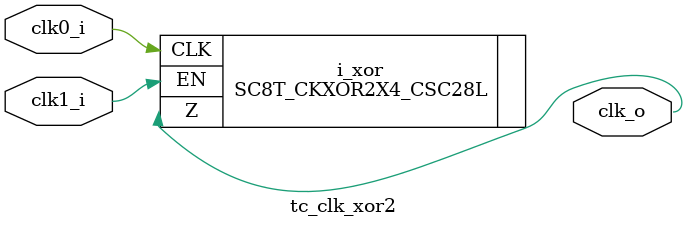
<source format=sv>

module tc_clk_and2 (
  input  logic clk0_i,
  input  logic clk1_i,
  output logic clk_o
);

  SC8T_CKAN2X4_CSC28L i_and (
    .CLK (clk0_i),
    .EN (clk1_i),
    .Z (clk_o)
  );

endmodule

module tc_clk_buffer (
  input  logic clk_i,
  output logic clk_o
);

  SC8T_CKBUFX4_CSC28L i_buf (
    .CLK (clk_i),
    .Z (clk_o)
  );

endmodule

module tc_clk_gating (
   input  logic clk_i,
   input  logic en_i,
   input  logic test_en_i,
   output logic clk_o
);

  SC8T_CKGPRELATNX4_CSC28L i_ckg (
    .CLK ( clk_i     ),
    .E   ( en_i      ),
    .TE  ( test_en_i ),
    .Z   ( clk_o     )
  );

endmodule

module cluster_clock_gating (
   input  logic clk_i,
   input  logic en_i,
   input  logic test_en_i,
   output logic clk_o
);

  SC8T_CKGPRELATX4_CSC28L i_ckg (
    .CLK ( clk_i     ),
    .E   ( en_i      ),
    .TE  ( test_en_i ),
    .Z   ( clk_o     )
  );

endmodule


module pulp_clock_gating_async #( // FIXME ALFIO, check if this cell is correct
  parameter int unsigned STAGES = 2
) (
  input  logic clk_i,
  input  logic rstn_i,
  input  logic en_async_i,
  output logic en_ack_o,
  input  logic test_en_i,
  output logic clk_o
);

  logic [STAGES-1:0] r_reg;

  assign en_ack_o =  r_reg[STAGES-1];

  // synchronize enable signal
  always_ff @ (posedge clk_i or negedge rstn_i) begin
    if (!rstn_i) begin
      r_reg <= '0;
    end else begin
      r_reg <= {r_reg[STAGES-2:0], en_async_i};
    end
  end

  pulp_clock_gating i_clk_gate (
    .clk_i,
    .en_i ( r_reg[STAGES-1] ),
    .test_en_i,
    .clk_o
  );

endmodule

module pulp_clock_gating (
   input  logic clk_i,
   input  logic en_i,
   input  logic test_en_i,
   output logic clk_o
);

  SC8T_CKGPRELATNX4_CSC28L i_ckg (
    .CLK ( clk_i     ),
    .E   ( en_i      ),
    .TE  ( test_en_i ),
    .Z   ( clk_o     )
  );

endmodule

module pulp_clock_inverter (
  input  logic clk_i,
  output logic clk_o
);

  SC8T_CKINVX2_CSC28L i_inv (
    .CLK (clk_i),
    .Z (clk_o)
  );

endmodule

module cluster_clock_inverter (
  input  logic clk_i,
  output logic clk_o
);

  SC8T_CKINVX2_CSC28L i_inv (
    .CLK (clk_i),
    .Z (clk_o)
  );

endmodule

module tc_clk_inverter (
  input  logic clk_i,
  output logic clk_o
);

  SC8T_CKINVX2_CSC28L i_inv (
    .CLK (clk_i),
    .Z (clk_o)
  );

endmodule

module pulp_clock_mux2 (
  input  logic clk0_i,
  input  logic clk1_i,
  input  logic clk_sel_i,
  output logic clk_o
);

  SC8T_CKMUX2X4_CSC28L i_tc_clk_mux2 (
    .CLK1 ( clk0_i ),
    .CLK2 ( clk1_i ),
    .CLKSEL ( clk_sel_i ),
    .Z ( clk_o )
  );

endmodule

module tc_clk_mux2 (
  input  logic clk0_i,
  input  logic clk1_i,
  input  logic clk_sel_i,
  output logic clk_o
);

  SC8T_CKMUX2X4_CSC28L i_tc_clk_mux2 (
    .CLK1 ( clk0_i ),
    .CLK2 ( clk1_i ),
    .CLKSEL ( clk_sel_i ),
    .Z ( clk_o )
  );

endmodule

module tc_clk_xor2 (
  input  logic clk0_i,
  input  logic clk1_i,
  output logic clk_o
);

  SC8T_CKXOR2X4_CSC28L i_xor (
    .CLK (clk0_i),
    .EN (clk1_i),
    .Z (clk_o)
  );

endmodule

`ifndef SYNTHESIS
module tc_clk_delay #(
  parameter int unsigned Delay = 300ps
) (
  input  logic in_i,
  output logic out_o
);

  assign #(Delay) out_o = in_i;

endmodule
`endif

</source>
